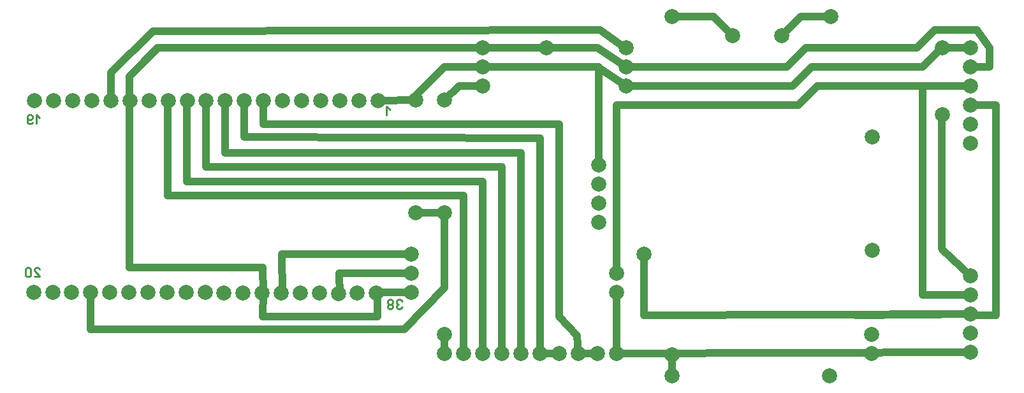
<source format=gbr>
%FSLAX34Y34*%
%MOMM*%
%LNCOPPER_BOTTOM*%
G71*
G01*
%ADD10C, 2.00*%
%ADD11C, 0.22*%
%ADD12C, 1.00*%
%LPD*%
X107612Y125106D02*
G54D10*
D03*
X109200Y379868D02*
G54D10*
D03*
X133012Y125106D02*
G54D10*
D03*
X134600Y379868D02*
G54D10*
D03*
X158412Y125106D02*
G54D10*
D03*
X160000Y379868D02*
G54D10*
D03*
X183812Y125106D02*
G54D10*
D03*
X185400Y379868D02*
G54D10*
D03*
X209212Y125106D02*
G54D10*
D03*
X210800Y379868D02*
G54D10*
D03*
X234612Y125106D02*
G54D10*
D03*
X236200Y379868D02*
G54D10*
D03*
X260012Y125106D02*
G54D10*
D03*
X261600Y379868D02*
G54D10*
D03*
X285412Y125106D02*
G54D10*
D03*
X286206Y379868D02*
G54D10*
D03*
X310019Y124312D02*
G54D10*
D03*
X311606Y379868D02*
G54D10*
D03*
X335419Y124312D02*
G54D10*
D03*
X337006Y379868D02*
G54D10*
D03*
X360819Y124312D02*
G54D10*
D03*
X362406Y379868D02*
G54D10*
D03*
X386219Y124312D02*
G54D10*
D03*
X387806Y379868D02*
G54D10*
D03*
X411619Y124312D02*
G54D10*
D03*
X413206Y379868D02*
G54D10*
D03*
X437019Y124312D02*
G54D10*
D03*
X438606Y379868D02*
G54D10*
D03*
X462419Y123518D02*
G54D10*
D03*
X464006Y379868D02*
G54D10*
D03*
X83800Y379868D02*
G54D10*
D03*
X58400Y379868D02*
G54D10*
D03*
X489406Y379868D02*
G54D10*
D03*
X514806Y379868D02*
G54D10*
D03*
X487025Y124312D02*
G54D10*
D03*
X512425Y124312D02*
G54D10*
D03*
X83006Y125106D02*
G54D10*
D03*
X57606Y125106D02*
G54D10*
D03*
X807700Y294937D02*
G54D10*
D03*
X807700Y269537D02*
G54D10*
D03*
X807700Y244137D02*
G54D10*
D03*
X807700Y218737D02*
G54D10*
D03*
X1169650Y69512D02*
G54D10*
D03*
X1169650Y44112D02*
G54D10*
D03*
X1264240Y361610D02*
G54D10*
D03*
X904538Y491787D02*
G54D10*
D03*
X1115675Y491787D02*
G54D10*
D03*
X904537Y13949D02*
G54D10*
D03*
X1114088Y13950D02*
G54D10*
D03*
X602912Y69512D02*
G54D10*
D03*
X1264240Y450510D02*
G54D10*
D03*
X1170581Y331500D02*
G54D10*
D03*
X1170581Y181500D02*
G54D10*
D03*
X904537Y42525D02*
G54D10*
D03*
X558462Y125074D02*
G54D10*
D03*
X831512Y125074D02*
G54D10*
D03*
X558462Y175874D02*
G54D10*
D03*
X558462Y150474D02*
G54D10*
D03*
X831512Y150474D02*
G54D10*
D03*
X868025Y175874D02*
G54D10*
D03*
X602912Y231437D02*
G54D10*
D03*
X602912Y380662D02*
G54D10*
D03*
X737850Y450512D02*
G54D10*
D03*
G54D11*
X530481Y368140D02*
X525814Y372806D01*
X525814Y360362D01*
G54D11*
X65168Y357027D02*
X60502Y361694D01*
X60502Y349250D01*
G54D11*
X56068Y351583D02*
X55135Y350027D01*
X53268Y349250D01*
X51402Y349250D01*
X49535Y350027D01*
X48602Y351583D01*
X48602Y355472D01*
X48602Y356250D01*
X51402Y354694D01*
X53268Y354694D01*
X55135Y355472D01*
X56068Y357027D01*
X56068Y359361D01*
X55135Y360916D01*
X53268Y361694D01*
X51402Y361694D01*
X49535Y360916D01*
X48602Y359361D01*
X48602Y355472D01*
G54D11*
X546356Y113298D02*
X545423Y114854D01*
X543556Y115631D01*
X541689Y115631D01*
X539823Y114854D01*
X538889Y113298D01*
X538889Y111743D01*
X539823Y110187D01*
X541689Y109409D01*
X539823Y108631D01*
X538889Y107076D01*
X538889Y105520D01*
X539823Y103965D01*
X541689Y103187D01*
X543556Y103187D01*
X545423Y103965D01*
X546356Y105520D01*
G54D11*
X527923Y110187D02*
X529789Y109409D01*
X531656Y109409D01*
X533523Y110187D01*
X534456Y111743D01*
X534456Y113298D01*
X533523Y114854D01*
X531656Y115631D01*
X529789Y115631D01*
X527923Y114854D01*
X526989Y113298D01*
X526989Y111743D01*
X527923Y110187D01*
G54D11*
X529789Y109409D02*
X527923Y108631D01*
X526989Y107076D01*
X526989Y105520D01*
X527923Y103965D01*
X529789Y103187D01*
X531656Y103187D01*
X533523Y103965D01*
X534456Y105520D01*
X534456Y107076D01*
X533523Y108631D01*
X531656Y109409D01*
G54D11*
X57877Y146050D02*
X65344Y146050D01*
X65344Y146827D01*
X64410Y148383D01*
X58810Y153050D01*
X57877Y154605D01*
X57877Y156161D01*
X58810Y157716D01*
X60677Y158494D01*
X62544Y158494D01*
X64410Y157716D01*
X65344Y156161D01*
G54D11*
X46910Y157716D02*
X45977Y156161D01*
X45977Y148383D01*
X46910Y146827D01*
X48777Y146050D01*
X50644Y146050D01*
X52510Y146827D01*
X53444Y148383D01*
X53444Y156161D01*
X52510Y157716D01*
X50644Y158494D01*
X48777Y158494D01*
X46910Y157716D01*
X830856Y44112D02*
G54D10*
D03*
X805456Y44112D02*
G54D10*
D03*
X780056Y44112D02*
G54D10*
D03*
X754656Y44112D02*
G54D10*
D03*
X729256Y44112D02*
G54D10*
D03*
X703856Y44112D02*
G54D10*
D03*
X678456Y44112D02*
G54D10*
D03*
X653056Y44112D02*
G54D10*
D03*
X627656Y44112D02*
G54D10*
D03*
X602256Y44112D02*
G54D10*
D03*
G54D12*
X513356Y123487D02*
X513356Y93324D01*
X360956Y93324D01*
X361750Y124281D01*
X360956Y158412D01*
X186331Y158412D01*
G54D12*
X184744Y379074D02*
X184744Y158412D01*
G54D12*
X805456Y44112D02*
X780056Y44112D01*
X779124Y67924D01*
X755312Y93324D01*
X754656Y348912D01*
X362544Y348912D01*
X362544Y379074D01*
G54D12*
X754656Y44112D02*
X729256Y44112D01*
X729256Y329862D01*
X337144Y331450D01*
X337144Y380662D01*
G54D12*
X311744Y379074D02*
X311744Y310812D01*
X703856Y310812D01*
X703856Y44112D01*
G54D12*
X286344Y379074D02*
X286344Y291762D01*
X678456Y291762D01*
X678456Y44112D01*
G54D12*
X260944Y379074D02*
X260944Y272712D01*
X653056Y272712D01*
X653056Y44112D01*
G54D12*
X235544Y380662D02*
X235544Y253662D01*
X627656Y253662D01*
X627656Y44112D01*
G54D12*
X387150Y124281D02*
X386356Y175874D01*
X557806Y175874D01*
G54D12*
X463350Y122693D02*
X462556Y150474D01*
X559394Y150474D01*
X627656Y44112D02*
G54D10*
D03*
G54D12*
X559394Y125074D02*
X513356Y125074D01*
X653056Y399712D02*
G54D10*
D03*
X653056Y425112D02*
G54D10*
D03*
X653056Y450512D02*
G54D10*
D03*
X564156Y380662D02*
G54D10*
D03*
G54D12*
X602256Y425112D02*
X564156Y387012D01*
X602256Y425112D01*
X564156Y387012D01*
X602256Y425112D01*
X653056Y425112D01*
X602256Y425112D01*
G54D12*
X564156Y387012D02*
X564156Y387012D01*
G54D12*
X515737Y379868D02*
X564156Y380662D01*
G54D12*
X843556Y425112D02*
X805456Y450512D01*
X653056Y450512D01*
X221256Y450512D01*
X184744Y412412D01*
X222844Y450512D01*
X184744Y412412D01*
X184744Y380662D01*
X843556Y450512D02*
G54D10*
D03*
X843556Y399712D02*
G54D10*
D03*
X843556Y425112D02*
G54D10*
D03*
G54D12*
X843556Y399712D02*
X805456Y425112D01*
X653056Y425112D01*
X1300756Y450512D02*
G54D10*
D03*
X1300756Y425112D02*
G54D10*
D03*
X1300756Y399712D02*
G54D10*
D03*
X1300756Y374312D02*
G54D10*
D03*
X1300756Y348912D02*
G54D10*
D03*
X1300756Y323512D02*
G54D10*
D03*
X1300756Y45700D02*
G54D10*
D03*
X1300756Y71100D02*
G54D10*
D03*
X1300756Y96500D02*
G54D10*
D03*
X1300756Y121900D02*
G54D10*
D03*
G54D12*
X1300756Y45700D02*
X830856Y44112D01*
X1300756Y147300D02*
G54D10*
D03*
G54D12*
X1300756Y399712D02*
X1097556Y399712D01*
X1072156Y374312D01*
X1097556Y399712D01*
X1072156Y374312D01*
X830856Y374312D01*
X830856Y150474D01*
G54D12*
X1264244Y182224D02*
X1300756Y147300D01*
G54D12*
X1300756Y121900D02*
X1237256Y121900D01*
X1237256Y399712D01*
G54D12*
X867368Y175874D02*
X867368Y94912D01*
X1300756Y96500D01*
X1148356Y94912D01*
G54D12*
X386356Y163174D02*
X386356Y175874D01*
X386356Y175874D01*
X564156Y380712D02*
G54D10*
D03*
X564156Y230712D02*
G54D10*
D03*
G54D12*
X602256Y231437D02*
X564156Y231437D01*
G54D12*
X831512Y123487D02*
X831512Y44112D01*
G54D12*
X807700Y294937D02*
X807700Y425112D01*
G54D12*
X1301413Y374312D02*
X1334750Y374312D01*
X1334750Y94912D01*
X1301413Y94912D01*
G54D12*
X1263313Y361612D02*
X1263313Y183812D01*
G54D12*
X602912Y44112D02*
X602912Y69512D01*
G54D12*
X133012Y125869D02*
X133012Y75862D01*
X548937Y75862D01*
X602912Y131425D01*
X602912Y231438D01*
G54D12*
X844212Y399712D02*
X1064874Y399712D01*
X1090274Y425112D01*
X1237912Y425112D01*
X1263312Y450512D01*
X1301412Y450512D01*
G54D12*
X844212Y425112D02*
X1056937Y425112D01*
X1082337Y450512D01*
X1229974Y450512D01*
X1253787Y474325D01*
X1309350Y474325D01*
X1326812Y450512D01*
X1326812Y425112D01*
X1301412Y425112D01*
X1050587Y466388D02*
G54D10*
D03*
X985500Y466388D02*
G54D10*
D03*
G54D12*
X904537Y491788D02*
X960100Y491788D01*
X985500Y466388D01*
G54D12*
X1115674Y491788D02*
X1075987Y491788D01*
X1050587Y466388D01*
G54D12*
X904537Y13949D02*
X904537Y42525D01*
G54D12*
X160000Y379074D02*
X160000Y417174D01*
X215562Y472736D01*
X809287Y474324D01*
X842624Y450512D01*
G54D12*
X602912Y380662D02*
X621962Y399712D01*
X652125Y399712D01*
M02*

</source>
